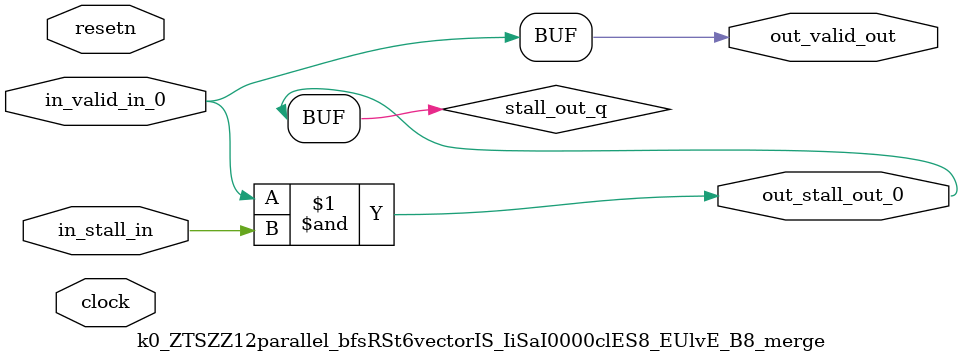
<source format=sv>



(* altera_attribute = "-name AUTO_SHIFT_REGISTER_RECOGNITION OFF; -name MESSAGE_DISABLE 10036; -name MESSAGE_DISABLE 10037; -name MESSAGE_DISABLE 14130; -name MESSAGE_DISABLE 14320; -name MESSAGE_DISABLE 15400; -name MESSAGE_DISABLE 14130; -name MESSAGE_DISABLE 10036; -name MESSAGE_DISABLE 12020; -name MESSAGE_DISABLE 12030; -name MESSAGE_DISABLE 12010; -name MESSAGE_DISABLE 12110; -name MESSAGE_DISABLE 14320; -name MESSAGE_DISABLE 13410; -name MESSAGE_DISABLE 113007; -name MESSAGE_DISABLE 10958" *)
module k0_ZTSZZ12parallel_bfsRSt6vectorIS_IiSaI0000clES8_EUlvE_B8_merge (
    input wire [0:0] in_stall_in,
    input wire [0:0] in_valid_in_0,
    output wire [0:0] out_stall_out_0,
    output wire [0:0] out_valid_out,
    input wire clock,
    input wire resetn
    );

    wire [0:0] stall_out_q;
    reg [0:0] rst_sync_rst_sclrn;


    // stall_out(LOGICAL,6)
    assign stall_out_q = in_valid_in_0 & in_stall_in;

    // out_stall_out_0(GPOUT,4)
    assign out_stall_out_0 = stall_out_q;

    // out_valid_out(GPOUT,5)
    assign out_valid_out = in_valid_in_0;

    // rst_sync(RESETSYNC,7)
    acl_reset_handler #(
        .ASYNC_RESET(0),
        .USE_SYNCHRONIZER(1),
        .PULSE_EXTENSION(0),
        .PIPE_DEPTH(3),
        .DUPLICATE(1)
    ) therst_sync (
        .clk(clock),
        .i_resetn(resetn),
        .o_sclrn(rst_sync_rst_sclrn)
    );

endmodule

</source>
